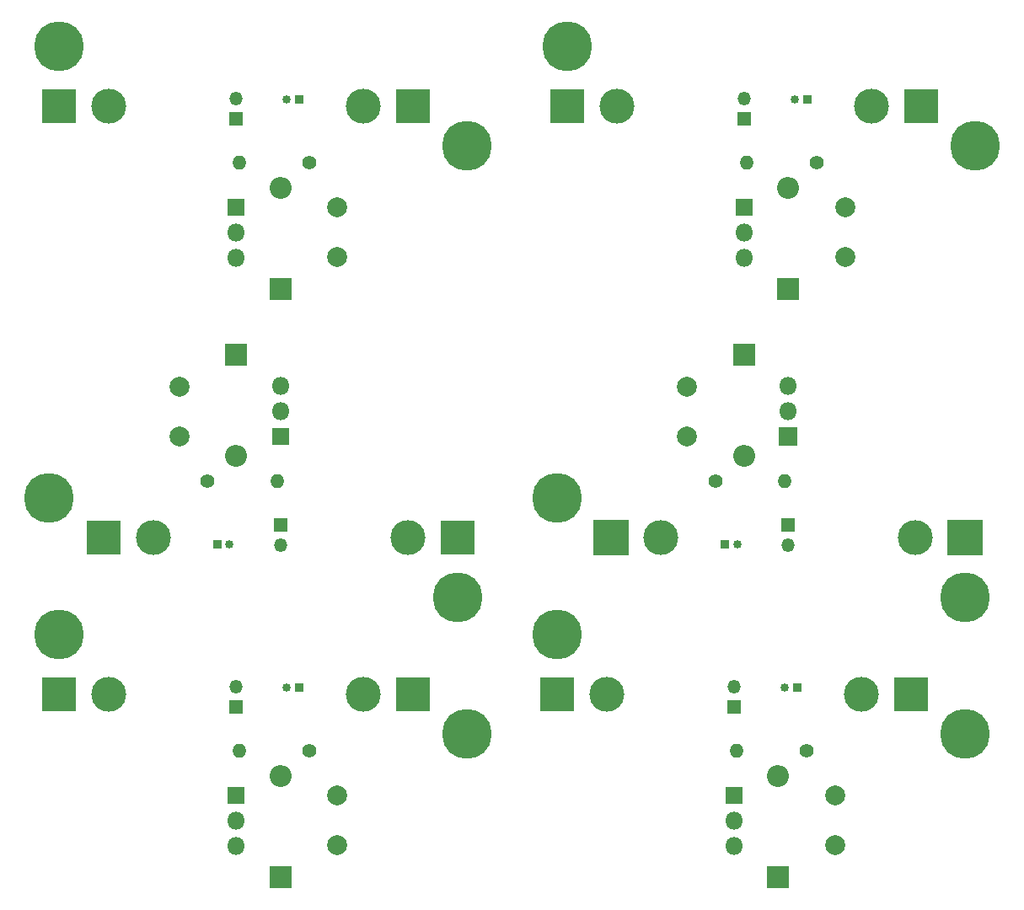
<source format=gts>
%MOIN*%
%OFA0B0*%
%FSLAX46Y46*%
%IPPOS*%
%LPD*%
%AMREC160*
4,1,3,
0.035433070866141732,0.035433070866141739,
-0.035433070866141739,0.035433070866141732,
-0.035433070866141732,-0.035433070866141739,
0.035433070866141739,-0.035433070866141732,
0*%
%AMREC170*
4,1,3,
0.068897637795275579,0.0688976377952756,
-0.0688976377952756,0.068897637795275579,
-0.068897637795275579,-0.0688976377952756,
0.0688976377952756,-0.068897637795275579,
0*%
%AMREC180*
4,1,3,
0.016732283464566927,0.016732283464566931,
-0.016732283464566931,0.016732283464566927,
-0.016732283464566927,-0.016732283464566931,
0.016732283464566931,-0.016732283464566927,
0*%
%AMREC190*
4,1,3,
0.043307086614173228,0.043307086614173242,
-0.043307086614173242,0.043307086614173228,
-0.043307086614173228,-0.043307086614173242,
0.043307086614173242,-0.043307086614173228,
0*%
%AMREC200*
4,1,3,
0.026574803149606297,0.026574803149606308,
-0.026574803149606308,0.026574803149606297,
-0.026574803149606297,-0.026574803149606308,
0.026574803149606308,-0.026574803149606297,
0*%
%ADD10C,0.0039370078740157488*%
%ADD11C,0.19685039370078741*%
%ADD12C,0.07874015748031496*%
%ADD13R,0.070866141732283464X0.070866141732283464*%
%ADD14O,0.070866141732283464X0.070866141732283464*%
%ADD15R,0.13779527559055119X0.13779527559055119*%
%ADD16C,0.13779527559055119*%
%ADD17R,0.033464566929133861X0.033464566929133861*%
%ADD18C,0.033464566929133861*%
%ADD19R,0.086614173228346469X0.086614173228346469*%
%ADD20O,0.086614173228346469X0.086614173228346469*%
%ADD21C,0.055118110236220472*%
%ADD22O,0.055118110236220472X0.055118110236220472*%
%ADD23R,0.053149606299212608X0.053149606299212608*%
%ADD24O,0.053149606299212608X0.053149606299212608*%
%ADD35C,0.0039370078740157488*%
%ADD36C,0.19685039370078741*%
%ADD37C,0.07874015748031496*%
%ADD38R,0.070866141732283464X0.070866141732283464*%
%ADD39O,0.070866141732283464X0.070866141732283464*%
%ADD40R,0.13779527559055119X0.13779527559055119*%
%ADD41C,0.13779527559055119*%
%ADD42R,0.033464566929133861X0.033464566929133861*%
%ADD43C,0.033464566929133861*%
%ADD44R,0.086614173228346469X0.086614173228346469*%
%ADD45O,0.086614173228346469X0.086614173228346469*%
%ADD46C,0.055118110236220472*%
%ADD47O,0.055118110236220472X0.055118110236220472*%
%ADD48R,0.053149606299212608X0.053149606299212608*%
%ADD49O,0.053149606299212608X0.053149606299212608*%
%ADD50C,0.0039370078740157488*%
%ADD51C,0.19685039370078741*%
%ADD52C,0.07874015748031496*%
%AMCOMP36*
4,1,3,
0.035433070866141732,0.035433070866141739,
-0.035433070866141739,0.035433070866141732,
-0.035433070866141732,-0.035433070866141739,
0.035433070866141739,-0.035433070866141732,
0*%
%ADD53COMP36*%
%ADD54O,0.070866141732283464X0.070866141732283464*%
%AMCOMP37*
4,1,3,
0.068897637795275579,0.0688976377952756,
-0.0688976377952756,0.068897637795275579,
-0.068897637795275579,-0.0688976377952756,
0.0688976377952756,-0.068897637795275579,
0*%
%ADD55COMP37*%
%ADD56C,0.13779527559055119*%
%AMCOMP38*
4,1,3,
0.016732283464566927,0.016732283464566931,
-0.016732283464566931,0.016732283464566927,
-0.016732283464566927,-0.016732283464566931,
0.016732283464566931,-0.016732283464566927,
0*%
%ADD57COMP38*%
%ADD58C,0.033464566929133861*%
%AMCOMP39*
4,1,3,
0.043307086614173228,0.043307086614173242,
-0.043307086614173242,0.043307086614173228,
-0.043307086614173228,-0.043307086614173242,
0.043307086614173242,-0.043307086614173228,
0*%
%ADD59COMP39*%
%ADD60O,0.086614173228346469X0.086614173228346469*%
%ADD61C,0.055118110236220472*%
%ADD62O,0.055118110236220472X0.055118110236220472*%
%AMCOMP40*
4,1,3,
0.026574803149606297,0.026574803149606308,
-0.026574803149606308,0.026574803149606297,
-0.026574803149606297,-0.026574803149606308,
0.026574803149606308,-0.026574803149606297,
0*%
%ADD63COMP40*%
%ADD64O,0.053149606299212608X0.053149606299212608*%
%ADD65C,0.0039370078740157488*%
%ADD66C,0.19685039370078741*%
%ADD67C,0.07874015748031496*%
%ADD68R,0.070866141732283464X0.070866141732283464*%
%ADD69O,0.070866141732283464X0.070866141732283464*%
%ADD70R,0.13779527559055119X0.13779527559055119*%
%ADD71C,0.13779527559055119*%
%ADD72R,0.033464566929133861X0.033464566929133861*%
%ADD73C,0.033464566929133861*%
%ADD74R,0.086614173228346469X0.086614173228346469*%
%ADD75O,0.086614173228346469X0.086614173228346469*%
%ADD76C,0.055118110236220472*%
%ADD77O,0.055118110236220472X0.055118110236220472*%
%ADD78R,0.053149606299212608X0.053149606299212608*%
%ADD79O,0.053149606299212608X0.053149606299212608*%
%ADD80C,0.0039370078740157488*%
%ADD81C,0.19685039370078741*%
%ADD82C,0.07874015748031496*%
%ADD83R,0.070866141732283464X0.070866141732283464*%
%ADD84O,0.070866141732283464X0.070866141732283464*%
%ADD85R,0.13779527559055119X0.13779527559055119*%
%ADD86C,0.13779527559055119*%
%ADD87R,0.033464566929133861X0.033464566929133861*%
%ADD88C,0.033464566929133861*%
%ADD89R,0.086614173228346469X0.086614173228346469*%
%ADD90O,0.086614173228346469X0.086614173228346469*%
%ADD91C,0.055118110236220472*%
%ADD92O,0.055118110236220472X0.055118110236220472*%
%ADD93R,0.053149606299212608X0.053149606299212608*%
%ADD94O,0.053149606299212608X0.053149606299212608*%
%ADD95C,0.0039370078740157488*%
%ADD96C,0.19685039370078741*%
%ADD97C,0.07874015748031496*%
%ADD98R,0.070866141732283464X0.070866141732283464*%
%ADD99O,0.070866141732283464X0.070866141732283464*%
%ADD100R,0.13779527559055119X0.13779527559055119*%
%ADD101C,0.13779527559055119*%
%ADD102R,0.033464566929133861X0.033464566929133861*%
%ADD103C,0.033464566929133861*%
%ADD104R,0.086614173228346469X0.086614173228346469*%
%ADD105O,0.086614173228346469X0.086614173228346469*%
%ADD106C,0.055118110236220472*%
%ADD107O,0.055118110236220472X0.055118110236220472*%
%ADD108R,0.053149606299212608X0.053149606299212608*%
%ADD109O,0.053149606299212608X0.053149606299212608*%
G01*
D10*
D11*
X-0004842519Y0004212598D02*
X0001771574Y0000654921D03*
X0000157401Y0001048622D03*
D12*
X0001257480Y0000214173D03*
X0001257480Y0000411023D03*
D13*
X0000857480Y0000412598D03*
D14*
X0000857480Y0000312598D03*
X0000857480Y0000212598D03*
D15*
X0000157480Y0000812598D03*
D16*
X0000354330Y0000812598D03*
D17*
X0001107480Y0000837598D03*
D18*
X0001058267Y0000837598D03*
D19*
X0001032480Y0000087598D03*
D20*
X0001032480Y0000487598D03*
D21*
X0001145275Y0000587598D03*
D22*
X0000869685Y0000587598D03*
D23*
X0000857480Y0000762598D03*
D24*
X0000857480Y0000841338D03*
D15*
X0001557480Y0000812598D03*
D16*
X0001360629Y0000812598D03*
G04 next file*
G04 #@! TF.FileFunction,Soldermask,Top*
G04 Gerber Fmt 4.6, Leading zero omitted, Abs format (unit mm)*
G04 Created by KiCad (PCBNEW 4.0.7) date 08/24/19 09:27:58*
G01*
G04 APERTURE LIST*
G04 APERTURE END LIST*
D35*
D36*
X-0002874015Y0004212598D02*
X0003740078Y0000654921D03*
X0002125905Y0001048622D03*
D37*
X0003225984Y0000214173D03*
X0003225984Y0000411023D03*
D38*
X0002825984Y0000412598D03*
D39*
X0002825984Y0000312598D03*
X0002825984Y0000212598D03*
D40*
X0002125984Y0000812598D03*
D41*
X0002322834Y0000812598D03*
D42*
X0003075984Y0000837598D03*
D43*
X0003026771Y0000837598D03*
D44*
X0003000984Y0000087598D03*
D45*
X0003000984Y0000487598D03*
D46*
X0003113779Y0000587598D03*
D47*
X0002838188Y0000587598D03*
D48*
X0002825984Y0000762598D03*
D49*
X0002825984Y0000841338D03*
D40*
X0003525984Y0000812598D03*
D41*
X0003329133Y0000812598D03*
G04 next file*
G04 #@! TF.FileFunction,Soldermask,Top*
G04 Gerber Fmt 4.6, Leading zero omitted, Abs format (unit mm)*
G04 Created by KiCad (PCBNEW 4.0.7) date 08/24/19 09:27:58*
G01*
G04 APERTURE LIST*
G04 APERTURE END LIST*
D50*
D51*
X0008740157Y-0001968503D02*
X0002126062Y0001589173D03*
X0003740236Y0001195472D03*
D52*
X0002640157Y0002029921D03*
X0002640157Y0001833070D03*
D53*
X0003040157Y0001831496D03*
D54*
X0003040157Y0001931496D03*
X0003040157Y0002031496D03*
D55*
X0003740157Y0001431496D03*
D56*
X0003543307Y0001431496D03*
D57*
X0002790157Y0001406496D03*
D58*
X0002839370Y0001406496D03*
D59*
X0002865157Y0002156496D03*
D60*
X0002865157Y0001756496D03*
D61*
X0002752362Y0001656496D03*
D62*
X0003027952Y0001656496D03*
D63*
X0003040157Y0001481496D03*
D64*
X0003040157Y0001402755D03*
D55*
X0002340157Y0001431496D03*
D56*
X0002537007Y0001431496D03*
G04 next file*
G04 #@! TF.FileFunction,Soldermask,Top*
G04 Gerber Fmt 4.6, Leading zero omitted, Abs format (unit mm)*
G04 Created by KiCad (PCBNEW 4.0.7) date 08/24/19 09:27:58*
G01*
G04 APERTURE LIST*
G04 APERTURE END LIST*
D65*
D66*
X-0002834645Y0006539370D02*
X0003779448Y0002981693D03*
X0002165275Y0003375393D03*
D67*
X0003265354Y0002540945D03*
X0003265354Y0002737795D03*
D68*
X0002865354Y0002739370D03*
D69*
X0002865354Y0002639370D03*
X0002865354Y0002539370D03*
D70*
X0002165354Y0003139370D03*
D71*
X0002362204Y0003139370D03*
D72*
X0003115354Y0003164370D03*
D73*
X0003066141Y0003164370D03*
D74*
X0003040354Y0002414370D03*
D75*
X0003040354Y0002814370D03*
D76*
X0003153149Y0002914370D03*
D77*
X0002877559Y0002914370D03*
D78*
X0002865354Y0003089370D03*
D79*
X0002865354Y0003168110D03*
D70*
X0003565354Y0003139370D03*
D71*
X0003368503Y0003139370D03*
G04 next file*
G04 #@! TF.FileFunction,Soldermask,Top*
G04 Gerber Fmt 4.6, Leading zero omitted, Abs format (unit mm)*
G04 Created by KiCad (PCBNEW 4.0.7) date 08/24/19 09:27:58*
G01*
G04 APERTURE LIST*
G04 APERTURE END LIST*
D80*
D81*
X-0004842519Y0006539369D02*
X0001771574Y0002981692D03*
X0000157401Y0003375393D03*
D82*
X0001257480Y0002540944D03*
X0001257480Y0002737794D03*
D83*
X0000857480Y0002739369D03*
D84*
X0000857480Y0002639369D03*
X0000857480Y0002539369D03*
D85*
X0000157480Y0003139369D03*
D86*
X0000354330Y0003139369D03*
D87*
X0001107480Y0003164369D03*
D88*
X0001058267Y0003164369D03*
D89*
X0001032480Y0002414369D03*
D90*
X0001032480Y0002814369D03*
D91*
X0001145275Y0002914369D03*
D92*
X0000869685Y0002914369D03*
D93*
X0000857480Y0003089369D03*
D94*
X0000857480Y0003168109D03*
D85*
X0001557480Y0003139369D03*
D86*
X0001360629Y0003139369D03*
G04 next file*
G04 #@! TF.FileFunction,Soldermask,Top*
G04 Gerber Fmt 4.6, Leading zero omitted, Abs format (unit mm)*
G04 Created by KiCad (PCBNEW 4.0.7) date 08/24/19 09:27:58*
G01*
G04 APERTURE LIST*
G04 APERTURE END LIST*
D95*
D96*
X0006732283Y-0001968503D02*
X0000118188Y0001589173D03*
X0001732362Y0001195472D03*
D97*
X0000632283Y0002029921D03*
X0000632283Y0001833070D03*
D98*
X0001032283Y0001831496D03*
D99*
X0001032283Y0001931496D03*
X0001032283Y0002031496D03*
D100*
X0001732283Y0001431496D03*
D101*
X0001535433Y0001431496D03*
D102*
X0000782283Y0001406496D03*
D103*
X0000831496Y0001406496D03*
D104*
X0000857283Y0002156496D03*
D105*
X0000857283Y0001756496D03*
D106*
X0000744488Y0001656496D03*
D107*
X0001020078Y0001656496D03*
D108*
X0001032283Y0001481496D03*
D109*
X0001032283Y0001402755D03*
D100*
X0000332283Y0001431496D03*
D101*
X0000529133Y0001431496D03*
M02*
</source>
